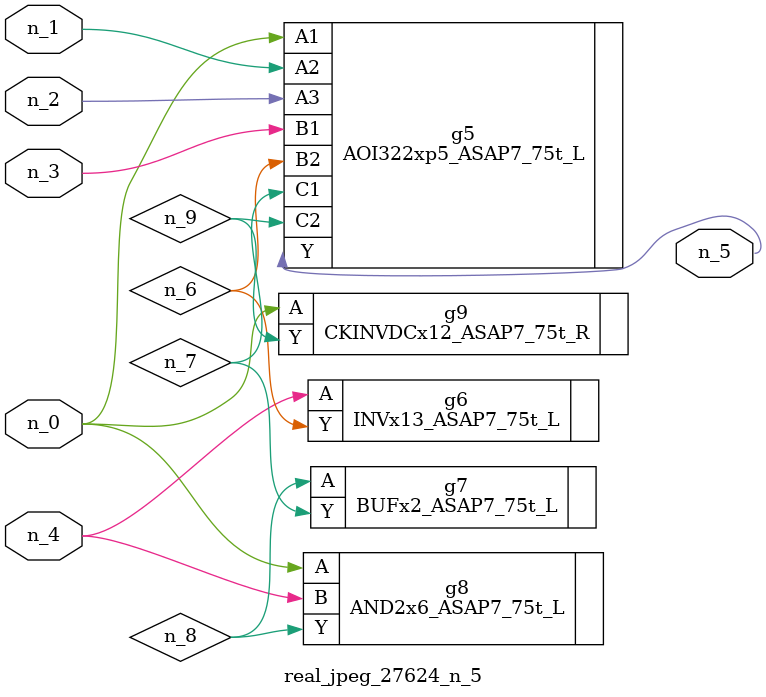
<source format=v>
module real_jpeg_27624_n_5 (n_4, n_0, n_1, n_2, n_3, n_5);

input n_4;
input n_0;
input n_1;
input n_2;
input n_3;

output n_5;

wire n_8;
wire n_6;
wire n_7;
wire n_9;

AOI322xp5_ASAP7_75t_L g5 ( 
.A1(n_0),
.A2(n_1),
.A3(n_2),
.B1(n_3),
.B2(n_6),
.C1(n_7),
.C2(n_9),
.Y(n_5)
);

AND2x6_ASAP7_75t_L g8 ( 
.A(n_0),
.B(n_4),
.Y(n_8)
);

CKINVDCx12_ASAP7_75t_R g9 ( 
.A(n_0),
.Y(n_9)
);

INVx13_ASAP7_75t_L g6 ( 
.A(n_4),
.Y(n_6)
);

BUFx2_ASAP7_75t_L g7 ( 
.A(n_8),
.Y(n_7)
);


endmodule
</source>
